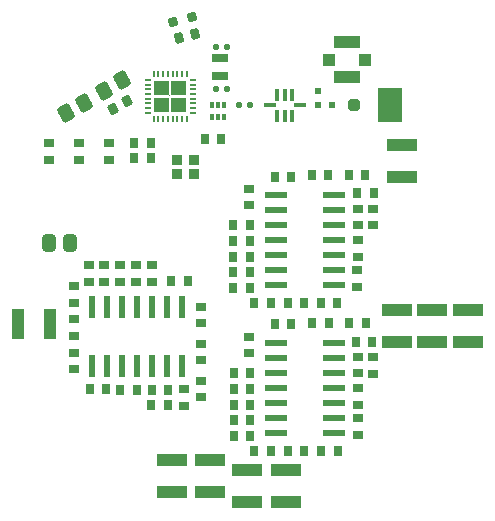
<source format=gtp>
G04*
G04 #@! TF.GenerationSoftware,Altium Limited,Altium Designer,20.0.13 (296)*
G04*
G04 Layer_Color=8421504*
%FSLAX25Y25*%
%MOIN*%
G70*
G01*
G75*
G04:AMPARAMS|DCode=14|XSize=57.13mil|YSize=45.32mil|CornerRadius=11.33mil|HoleSize=0mil|Usage=FLASHONLY|Rotation=270.000|XOffset=0mil|YOffset=0mil|HoleType=Round|Shape=RoundedRectangle|*
%AMROUNDEDRECTD14*
21,1,0.05713,0.02266,0,0,270.0*
21,1,0.03447,0.04532,0,0,270.0*
1,1,0.02266,-0.01133,-0.01723*
1,1,0.02266,-0.01133,0.01723*
1,1,0.02266,0.01133,0.01723*
1,1,0.02266,0.01133,-0.01723*
%
%ADD14ROUNDEDRECTD14*%
%ADD15R,0.10236X0.04331*%
%ADD16R,0.02200X0.07800*%
%ADD17R,0.07800X0.02200*%
G04:AMPARAMS|DCode=18|XSize=35.43mil|YSize=29.53mil|CornerRadius=7.38mil|HoleSize=0mil|Usage=FLASHONLY|Rotation=90.000|XOffset=0mil|YOffset=0mil|HoleType=Round|Shape=RoundedRectangle|*
%AMROUNDEDRECTD18*
21,1,0.03543,0.01476,0,0,90.0*
21,1,0.02067,0.02953,0,0,90.0*
1,1,0.01476,0.00738,0.01034*
1,1,0.01476,0.00738,-0.01034*
1,1,0.01476,-0.00738,-0.01034*
1,1,0.01476,-0.00738,0.01034*
%
%ADD18ROUNDEDRECTD18*%
G04:AMPARAMS|DCode=19|XSize=35.43mil|YSize=29.53mil|CornerRadius=7.38mil|HoleSize=0mil|Usage=FLASHONLY|Rotation=180.000|XOffset=0mil|YOffset=0mil|HoleType=Round|Shape=RoundedRectangle|*
%AMROUNDEDRECTD19*
21,1,0.03543,0.01476,0,0,180.0*
21,1,0.02067,0.02953,0,0,180.0*
1,1,0.01476,-0.01034,0.00738*
1,1,0.01476,0.01034,0.00738*
1,1,0.01476,0.01034,-0.00738*
1,1,0.01476,-0.01034,-0.00738*
%
%ADD19ROUNDEDRECTD19*%
%ADD20R,0.04331X0.10236*%
G04:AMPARAMS|DCode=21|XSize=35.43mil|YSize=29.53mil|CornerRadius=7.38mil|HoleSize=0mil|Usage=FLASHONLY|Rotation=285.000|XOffset=0mil|YOffset=0mil|HoleType=Round|Shape=RoundedRectangle|*
%AMROUNDEDRECTD21*
21,1,0.03543,0.01476,0,0,285.0*
21,1,0.02067,0.02953,0,0,285.0*
1,1,0.01476,-0.00446,-0.01189*
1,1,0.01476,-0.00981,0.00807*
1,1,0.01476,0.00446,0.01189*
1,1,0.01476,0.00981,-0.00807*
%
%ADD21ROUNDEDRECTD21*%
G04:AMPARAMS|DCode=22|XSize=35.43mil|YSize=29.53mil|CornerRadius=7.38mil|HoleSize=0mil|Usage=FLASHONLY|Rotation=300.000|XOffset=0mil|YOffset=0mil|HoleType=Round|Shape=RoundedRectangle|*
%AMROUNDEDRECTD22*
21,1,0.03543,0.01476,0,0,300.0*
21,1,0.02067,0.02953,0,0,300.0*
1,1,0.01476,-0.00123,-0.01264*
1,1,0.01476,-0.01156,0.00526*
1,1,0.01476,0.00123,0.01264*
1,1,0.01476,0.01156,-0.00526*
%
%ADD22ROUNDEDRECTD22*%
G04:AMPARAMS|DCode=23|XSize=57.13mil|YSize=45.32mil|CornerRadius=11.33mil|HoleSize=0mil|Usage=FLASHONLY|Rotation=120.000|XOffset=0mil|YOffset=0mil|HoleType=Round|Shape=RoundedRectangle|*
%AMROUNDEDRECTD23*
21,1,0.05713,0.02266,0,0,120.0*
21,1,0.03447,0.04532,0,0,120.0*
1,1,0.02266,0.00119,0.02059*
1,1,0.02266,0.01843,-0.00926*
1,1,0.02266,-0.00119,-0.02059*
1,1,0.02266,-0.01843,0.00926*
%
%ADD23ROUNDEDRECTD23*%
%ADD24R,0.03937X0.03937*%
%ADD25R,0.08661X0.04134*%
%ADD26R,0.03937X0.01378*%
%ADD27R,0.01378X0.03937*%
%ADD28R,0.02362X0.02400*%
%ADD29R,0.02362X0.02362*%
%ADD30R,0.02362X0.02362*%
%ADD31R,0.01181X0.01968*%
G04:AMPARAMS|DCode=32|XSize=19.68mil|YSize=20.63mil|CornerRadius=4.92mil|HoleSize=0mil|Usage=FLASHONLY|Rotation=90.000|XOffset=0mil|YOffset=0mil|HoleType=Round|Shape=RoundedRectangle|*
%AMROUNDEDRECTD32*
21,1,0.01968,0.01079,0,0,90.0*
21,1,0.00984,0.02063,0,0,90.0*
1,1,0.00984,0.00539,0.00492*
1,1,0.00984,0.00539,-0.00492*
1,1,0.00984,-0.00539,-0.00492*
1,1,0.00984,-0.00539,0.00492*
%
%ADD32ROUNDEDRECTD32*%
%ADD33R,0.05512X0.02756*%
%ADD34R,0.03740X0.03347*%
%ADD35R,0.00100X0.00100*%
%ADD36O,0.00787X0.02362*%
%ADD37O,0.02362X0.00787*%
G04:AMPARAMS|DCode=38|XSize=31.5mil|YSize=31.5mil|CornerRadius=7.87mil|HoleSize=0mil|Usage=FLASHONLY|Rotation=15.000|XOffset=0mil|YOffset=0mil|HoleType=Round|Shape=RoundedRectangle|*
%AMROUNDEDRECTD38*
21,1,0.03150,0.01575,0,0,15.0*
21,1,0.01575,0.03150,0,0,15.0*
1,1,0.01575,0.00964,-0.00557*
1,1,0.01575,-0.00557,-0.00964*
1,1,0.01575,-0.00964,0.00557*
1,1,0.01575,0.00557,0.00964*
%
%ADD38ROUNDEDRECTD38*%
G04:AMPARAMS|DCode=39|XSize=39.37mil|YSize=39.37mil|CornerRadius=9.84mil|HoleSize=0mil|Usage=FLASHONLY|Rotation=0.000|XOffset=0mil|YOffset=0mil|HoleType=Round|Shape=RoundedRectangle|*
%AMROUNDEDRECTD39*
21,1,0.03937,0.01968,0,0,0.0*
21,1,0.01968,0.03937,0,0,0.0*
1,1,0.01968,0.00984,-0.00984*
1,1,0.01968,-0.00984,-0.00984*
1,1,0.01968,-0.00984,0.00984*
1,1,0.01968,0.00984,0.00984*
%
%ADD39ROUNDEDRECTD39*%
%ADD40R,0.07874X0.11811*%
G36*
X-25581Y54526D02*
X-30420D01*
X-30420Y49687D01*
X-25581Y49687D01*
X-25581Y54526D01*
D02*
G37*
G36*
Y60152D02*
X-30420Y60152D01*
Y55313D01*
X-25581Y55313D01*
Y60152D01*
D02*
G37*
G36*
X-19955Y54526D02*
X-24794Y54526D01*
X-24794Y49687D01*
X-19955D01*
X-19955Y54526D01*
D02*
G37*
G36*
X-19955Y60152D02*
X-24794Y60152D01*
X-24794Y55313D01*
X-19955D01*
Y60152D01*
D02*
G37*
D14*
X-58457Y6000D02*
D03*
X-65543D02*
D03*
D15*
X52000Y38815D02*
D03*
Y28185D02*
D03*
X-24500Y-66185D02*
D03*
Y-76815D02*
D03*
X-12000Y-66185D02*
D03*
Y-76815D02*
D03*
X13500Y-69685D02*
D03*
Y-80315D02*
D03*
X500Y-69685D02*
D03*
Y-80315D02*
D03*
X50500Y-26815D02*
D03*
Y-16185D02*
D03*
X74000Y-26815D02*
D03*
Y-16185D02*
D03*
X62250Y-26815D02*
D03*
Y-16185D02*
D03*
D16*
X-21356Y-15433D02*
D03*
X-26356D02*
D03*
X-31356D02*
D03*
X-36356D02*
D03*
X-41356D02*
D03*
X-46356D02*
D03*
X-51356D02*
D03*
Y-34833D02*
D03*
X-46356D02*
D03*
X-41356D02*
D03*
X-36356D02*
D03*
X-31356D02*
D03*
X-26356D02*
D03*
X-21356D02*
D03*
D17*
X9933Y22010D02*
D03*
Y17010D02*
D03*
Y12010D02*
D03*
Y7010D02*
D03*
Y2010D02*
D03*
Y-2990D02*
D03*
Y-7990D02*
D03*
X29333D02*
D03*
Y-2990D02*
D03*
Y2010D02*
D03*
Y7010D02*
D03*
Y12010D02*
D03*
Y17010D02*
D03*
Y22010D02*
D03*
X9988Y-27356D02*
D03*
Y-32356D02*
D03*
Y-37356D02*
D03*
Y-42356D02*
D03*
Y-47356D02*
D03*
Y-52356D02*
D03*
Y-57356D02*
D03*
X29388D02*
D03*
Y-52356D02*
D03*
Y-47356D02*
D03*
Y-42356D02*
D03*
Y-37356D02*
D03*
Y-32356D02*
D03*
Y-27356D02*
D03*
D18*
X-4123Y-3740D02*
D03*
X1389D02*
D03*
X-4123Y-8990D02*
D03*
X1389D02*
D03*
X13940Y-13790D02*
D03*
X19452D02*
D03*
X42689Y22866D02*
D03*
X37177D02*
D03*
X27542Y28610D02*
D03*
X22030D02*
D03*
X1389Y1510D02*
D03*
X-4123D02*
D03*
X1389Y12010D02*
D03*
X-4123D02*
D03*
X8314Y-13790D02*
D03*
X2802D02*
D03*
X30589D02*
D03*
X25077D02*
D03*
X34402Y28610D02*
D03*
X39914D02*
D03*
X9744Y28000D02*
D03*
X15256D02*
D03*
X-4123Y6760D02*
D03*
X1389D02*
D03*
X-4068Y-53106D02*
D03*
X1444D02*
D03*
X-4068Y-58356D02*
D03*
X1444D02*
D03*
X13995Y-63156D02*
D03*
X19507D02*
D03*
X42156Y-26800D02*
D03*
X36644D02*
D03*
X27597Y-20756D02*
D03*
X22085D02*
D03*
X1444Y-47856D02*
D03*
X-4068D02*
D03*
X1444Y-37356D02*
D03*
X-4068D02*
D03*
X8369Y-63156D02*
D03*
X2858D02*
D03*
X30644D02*
D03*
X25132D02*
D03*
X34457Y-20756D02*
D03*
X39969D02*
D03*
X9744Y-21000D02*
D03*
X15256D02*
D03*
X-4068Y-42606D02*
D03*
X1444D02*
D03*
X-46444Y-42733D02*
D03*
X-51956D02*
D03*
X-25944Y-47933D02*
D03*
X-31456D02*
D03*
X-24756Y-6689D02*
D03*
X-19244D02*
D03*
X-36344Y-42833D02*
D03*
X-41856D02*
D03*
X-25844D02*
D03*
X-31356D02*
D03*
X-13656Y40700D02*
D03*
X-8144D02*
D03*
X-31588Y39300D02*
D03*
X-37100D02*
D03*
X-31644Y34300D02*
D03*
X-37156D02*
D03*
D19*
X37233Y-8590D02*
D03*
Y-3078D02*
D03*
X42433Y11910D02*
D03*
Y17422D02*
D03*
X1189Y24122D02*
D03*
Y18610D02*
D03*
X37333Y1510D02*
D03*
Y7022D02*
D03*
Y12010D02*
D03*
Y17522D02*
D03*
X37288Y-57956D02*
D03*
Y-52444D02*
D03*
X42488Y-37456D02*
D03*
Y-31944D02*
D03*
X1244Y-25244D02*
D03*
Y-30756D02*
D03*
X37388Y-47856D02*
D03*
Y-42344D02*
D03*
Y-37356D02*
D03*
Y-31844D02*
D03*
X-47106Y-6889D02*
D03*
Y-1377D02*
D03*
X-52356Y-6889D02*
D03*
Y-1377D02*
D03*
X-57156Y-24952D02*
D03*
Y-19440D02*
D03*
X-20500Y-42677D02*
D03*
Y-48189D02*
D03*
X-14756Y-27530D02*
D03*
Y-33042D02*
D03*
X-41856Y-6889D02*
D03*
Y-1377D02*
D03*
X-31356Y-6889D02*
D03*
Y-1377D02*
D03*
X-57156Y-8302D02*
D03*
Y-13814D02*
D03*
Y-30577D02*
D03*
Y-36089D02*
D03*
X-14756Y-45414D02*
D03*
Y-39902D02*
D03*
X-15000Y-20756D02*
D03*
Y-15244D02*
D03*
X-36606Y-1377D02*
D03*
Y-6889D02*
D03*
X-45500Y33744D02*
D03*
Y39256D02*
D03*
X-65500Y33744D02*
D03*
Y39256D02*
D03*
X-55500Y33744D02*
D03*
Y39256D02*
D03*
D20*
X-65185Y-21000D02*
D03*
X-75815D02*
D03*
D21*
X-17038Y75813D02*
D03*
X-22362Y74387D02*
D03*
D22*
X-44387Y50722D02*
D03*
X-39613Y53478D02*
D03*
D23*
X-60069Y49228D02*
D03*
X-53931Y52772D02*
D03*
X-41231Y60272D02*
D03*
X-47369Y56728D02*
D03*
D24*
X27894Y67100D02*
D03*
X39706D02*
D03*
D25*
X33800Y72907D02*
D03*
Y61293D02*
D03*
D26*
X17943Y52000D02*
D03*
X8100D02*
D03*
D27*
X15580Y48457D02*
D03*
X13021D02*
D03*
X10462D02*
D03*
Y55543D02*
D03*
X13021D02*
D03*
X15580D02*
D03*
D28*
X24100Y52000D02*
D03*
D29*
X28824D02*
D03*
D30*
X24100Y56724D02*
D03*
D31*
X-11100Y48100D02*
D03*
X-9132D02*
D03*
X-7163D02*
D03*
X-11100Y52037D02*
D03*
X-9132D02*
D03*
X-7163D02*
D03*
D32*
X-6181Y57500D02*
D03*
X-9819D02*
D03*
X1519Y52000D02*
D03*
X-2119D02*
D03*
X-6181Y71500D02*
D03*
X-9819D02*
D03*
D33*
X-8500Y67553D02*
D03*
Y61647D02*
D03*
D34*
X-17146Y33664D02*
D03*
Y29136D02*
D03*
X-22854D02*
D03*
Y33664D02*
D03*
D35*
X-25187Y54920D02*
D03*
D36*
X-19676Y47439D02*
D03*
X-21250D02*
D03*
X-22825D02*
D03*
X-24400D02*
D03*
X-25975D02*
D03*
X-27550D02*
D03*
X-29124D02*
D03*
X-30699D02*
D03*
X-30699Y62400D02*
D03*
X-29124Y62400D02*
D03*
X-27550D02*
D03*
X-25975D02*
D03*
X-24400D02*
D03*
X-22825Y62400D02*
D03*
X-21250Y62400D02*
D03*
X-19676Y62400D02*
D03*
D37*
X-32668Y49408D02*
D03*
X-32668Y50983D02*
D03*
Y52557D02*
D03*
Y54132D02*
D03*
Y55707D02*
D03*
X-32668Y57282D02*
D03*
X-32668Y58857D02*
D03*
X-32668Y60431D02*
D03*
X-17707Y60431D02*
D03*
Y58857D02*
D03*
Y57282D02*
D03*
Y55707D02*
D03*
Y54132D02*
D03*
Y52557D02*
D03*
Y50983D02*
D03*
Y49408D02*
D03*
D38*
X-18058Y81315D02*
D03*
X-24142Y79685D02*
D03*
D39*
X36200Y52000D02*
D03*
D40*
X48012D02*
D03*
M02*

</source>
